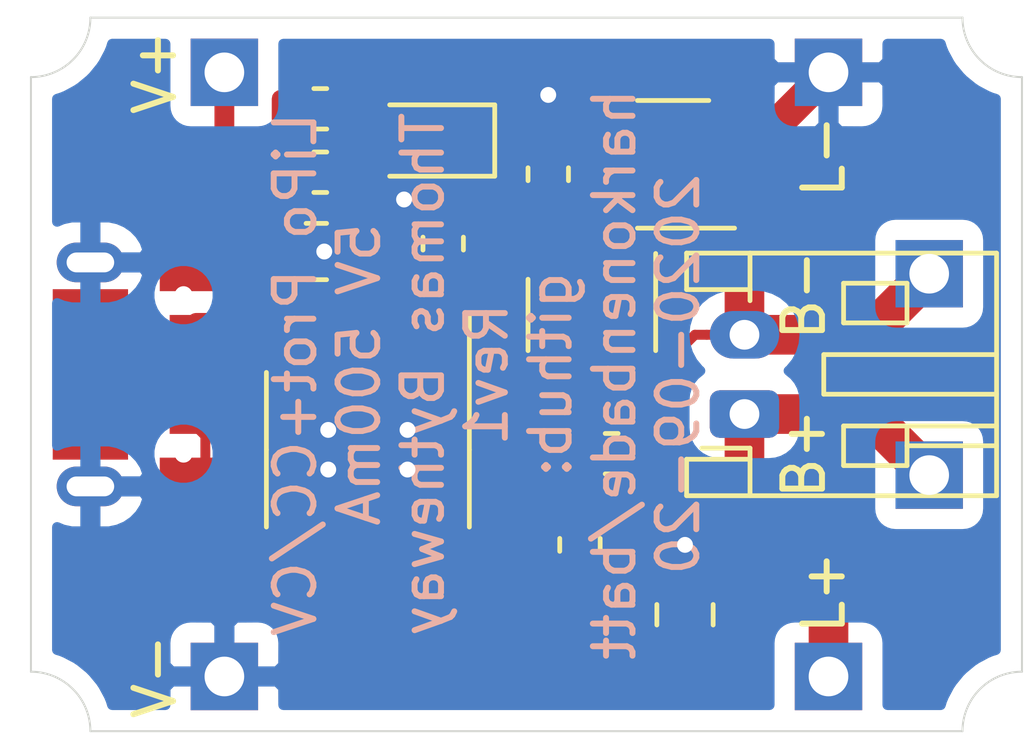
<source format=kicad_pcb>
(kicad_pcb (version 20171130) (host pcbnew "(5.1.9)-1")

  (general
    (thickness 1.6)
    (drawings 13)
    (tracks 128)
    (zones 0)
    (modules 20)
    (nets 15)
  )

  (page A4)
  (layers
    (0 F.Cu signal)
    (31 B.Cu signal)
    (32 B.Adhes user)
    (33 F.Adhes user)
    (34 B.Paste user)
    (35 F.Paste user)
    (36 B.SilkS user)
    (37 F.SilkS user)
    (38 B.Mask user)
    (39 F.Mask user)
    (40 Dwgs.User user)
    (41 Cmts.User user)
    (42 Eco1.User user)
    (43 Eco2.User user)
    (44 Edge.Cuts user)
    (45 Margin user)
    (46 B.CrtYd user)
    (47 F.CrtYd user)
    (48 B.Fab user)
    (49 F.Fab user)
  )

  (setup
    (last_trace_width 0.25)
    (user_trace_width 0.2)
    (user_trace_width 0.4)
    (user_trace_width 0.5)
    (user_trace_width 0.8)
    (user_trace_width 1)
    (trace_clearance 0.2)
    (zone_clearance 0.508)
    (zone_45_only no)
    (trace_min 0.2)
    (via_size 0.8)
    (via_drill 0.4)
    (via_min_size 0.4)
    (via_min_drill 0.3)
    (uvia_size 0.3)
    (uvia_drill 0.1)
    (uvias_allowed no)
    (uvia_min_size 0.2)
    (uvia_min_drill 0.1)
    (edge_width 0.05)
    (segment_width 0.2)
    (pcb_text_width 0.3)
    (pcb_text_size 1.5 1.5)
    (mod_edge_width 0.12)
    (mod_text_size 1 1)
    (mod_text_width 0.15)
    (pad_size 1.524 1.524)
    (pad_drill 0.762)
    (pad_to_mask_clearance 0)
    (aux_axis_origin 62 59)
    (visible_elements 7FFFFF7F)
    (pcbplotparams
      (layerselection 0x010fc_ffffffff)
      (usegerberextensions true)
      (usegerberattributes true)
      (usegerberadvancedattributes true)
      (creategerberjobfile false)
      (excludeedgelayer true)
      (linewidth 0.100000)
      (plotframeref false)
      (viasonmask false)
      (mode 1)
      (useauxorigin false)
      (hpglpennumber 1)
      (hpglpenspeed 20)
      (hpglpendiameter 15.000000)
      (psnegative false)
      (psa4output false)
      (plotreference true)
      (plotvalue true)
      (plotinvisibletext false)
      (padsonsilk false)
      (subtractmaskfromsilk false)
      (outputformat 1)
      (mirror false)
      (drillshape 0)
      (scaleselection 1)
      (outputdirectory "./gerbers"))
  )

  (net 0 "")
  (net 1 "Net-(C1-Pad1)")
  (net 2 GND)
  (net 3 +5V)
  (net 4 +BATT)
  (net 5 "Net-(D1-Pad2)")
  (net 6 "Net-(D1-Pad1)")
  (net 7 "Net-(R2-Pad1)")
  (net 8 "Net-(R5-Pad1)")
  (net 9 "Net-(U1-Pad3)")
  (net 10 "Net-(U1-Pad1)")
  (net 11 "Net-(U2-Pad2)")
  (net 12 "Net-(D1-Pad4)")
  (net 13 "Net-(D1-Pad3)")
  (net 14 /B-)

  (net_class Default "This is the default net class."
    (clearance 0.2)
    (trace_width 0.25)
    (via_dia 0.8)
    (via_drill 0.4)
    (uvia_dia 0.3)
    (uvia_drill 0.1)
    (add_net +5V)
    (add_net +BATT)
    (add_net /B-)
    (add_net GND)
    (add_net "Net-(C1-Pad1)")
    (add_net "Net-(D1-Pad1)")
    (add_net "Net-(D1-Pad2)")
    (add_net "Net-(D1-Pad3)")
    (add_net "Net-(D1-Pad4)")
    (add_net "Net-(R2-Pad1)")
    (add_net "Net-(R5-Pad1)")
    (add_net "Net-(U1-Pad1)")
    (add_net "Net-(U1-Pad3)")
    (add_net "Net-(U2-Pad2)")
  )

  (module batt:PinHeader_1x01_P2.54mm_Vertical_nosilk (layer F.Cu) (tedit 5F677FB1) (tstamp 5F67BFB5)
    (at 66.88 57.62 90)
    (descr "Through hole straight pin header, 1x01, 2.54mm pitch, single row")
    (tags "Through hole pin header THT 1x01 2.54mm single row")
    (path /5F6C251A)
    (fp_text reference J8 (at 0 -2.33 90) (layer F.SilkS) hide
      (effects (font (size 1 1) (thickness 0.15)))
    )
    (fp_text value V- (at 0 -1.75 90) (layer F.SilkS)
      (effects (font (size 1 1) (thickness 0.15)))
    )
    (fp_line (start 1.8 -1.8) (end -1.8 -1.8) (layer F.CrtYd) (width 0.05))
    (fp_line (start 1.8 1.8) (end 1.8 -1.8) (layer F.CrtYd) (width 0.05))
    (fp_line (start -1.8 1.8) (end 1.8 1.8) (layer F.CrtYd) (width 0.05))
    (fp_line (start -1.8 -1.8) (end -1.8 1.8) (layer F.CrtYd) (width 0.05))
    (fp_line (start -1.27 -0.635) (end -0.635 -1.27) (layer F.Fab) (width 0.1))
    (fp_line (start -1.27 1.27) (end -1.27 -0.635) (layer F.Fab) (width 0.1))
    (fp_line (start 1.27 1.27) (end -1.27 1.27) (layer F.Fab) (width 0.1))
    (fp_line (start 1.27 -1.27) (end 1.27 1.27) (layer F.Fab) (width 0.1))
    (fp_line (start -0.635 -1.27) (end 1.27 -1.27) (layer F.Fab) (width 0.1))
    (fp_text user %R (at 0 0) (layer F.Fab)
      (effects (font (size 1 1) (thickness 0.15)))
    )
    (pad 1 thru_hole rect (at 0 0 90) (size 1.7 1.7) (drill 1) (layers *.Cu *.Mask)
      (net 2 GND))
  )

  (module batt:PinHeader_1x01_P2.54mm_Vertical_nosilk (layer F.Cu) (tedit 5F677FB1) (tstamp 5F685042)
    (at 82.12 42.38 270)
    (descr "Through hole straight pin header, 1x01, 2.54mm pitch, single row")
    (tags "Through hole pin header THT 1x01 2.54mm single row")
    (path /5F6C6B91)
    (fp_text reference J6 (at 0 -2.33 90) (layer F.SilkS) hide
      (effects (font (size 1 1) (thickness 0.15)))
    )
    (fp_text value L- (at 2.12 0.12 270) (layer F.SilkS)
      (effects (font (size 1 1) (thickness 0.15)))
    )
    (fp_line (start 1.8 -1.8) (end -1.8 -1.8) (layer F.CrtYd) (width 0.05))
    (fp_line (start 1.8 1.8) (end 1.8 -1.8) (layer F.CrtYd) (width 0.05))
    (fp_line (start -1.8 1.8) (end 1.8 1.8) (layer F.CrtYd) (width 0.05))
    (fp_line (start -1.8 -1.8) (end -1.8 1.8) (layer F.CrtYd) (width 0.05))
    (fp_line (start -1.27 -0.635) (end -0.635 -1.27) (layer F.Fab) (width 0.1))
    (fp_line (start -1.27 1.27) (end -1.27 -0.635) (layer F.Fab) (width 0.1))
    (fp_line (start 1.27 1.27) (end -1.27 1.27) (layer F.Fab) (width 0.1))
    (fp_line (start 1.27 -1.27) (end 1.27 1.27) (layer F.Fab) (width 0.1))
    (fp_line (start -0.635 -1.27) (end 1.27 -1.27) (layer F.Fab) (width 0.1))
    (fp_text user %R (at 0 0) (layer F.Fab)
      (effects (font (size 1 1) (thickness 0.15)))
    )
    (pad 1 thru_hole rect (at 0 0 270) (size 1.7 1.7) (drill 1) (layers *.Cu *.Mask)
      (net 2 GND))
  )

  (module batt:PinHeader_1x01_P2.54mm_Vertical_nosilk (layer F.Cu) (tedit 5F677FB1) (tstamp 5F67BF74)
    (at 66.88 42.38 180)
    (descr "Through hole straight pin header, 1x01, 2.54mm pitch, single row")
    (tags "Through hole pin header THT 1x01 2.54mm single row")
    (path /5F6C1452)
    (fp_text reference J5 (at 0 -2.33) (layer F.SilkS) hide
      (effects (font (size 1 1) (thickness 0.15)))
    )
    (fp_text value V+ (at 1.75 0 90) (layer F.SilkS)
      (effects (font (size 1 1) (thickness 0.15)))
    )
    (fp_line (start 1.8 -1.8) (end -1.8 -1.8) (layer F.CrtYd) (width 0.05))
    (fp_line (start 1.8 1.8) (end 1.8 -1.8) (layer F.CrtYd) (width 0.05))
    (fp_line (start -1.8 1.8) (end 1.8 1.8) (layer F.CrtYd) (width 0.05))
    (fp_line (start -1.8 -1.8) (end -1.8 1.8) (layer F.CrtYd) (width 0.05))
    (fp_line (start -1.27 -0.635) (end -0.635 -1.27) (layer F.Fab) (width 0.1))
    (fp_line (start -1.27 1.27) (end -1.27 -0.635) (layer F.Fab) (width 0.1))
    (fp_line (start 1.27 1.27) (end -1.27 1.27) (layer F.Fab) (width 0.1))
    (fp_line (start 1.27 -1.27) (end 1.27 1.27) (layer F.Fab) (width 0.1))
    (fp_line (start -0.635 -1.27) (end 1.27 -1.27) (layer F.Fab) (width 0.1))
    (fp_text user %R (at 0 0 90) (layer F.Fab)
      (effects (font (size 1 1) (thickness 0.15)))
    )
    (pad 1 thru_hole rect (at 0 0 180) (size 1.7 1.7) (drill 1) (layers *.Cu *.Mask)
      (net 3 +5V))
  )

  (module batt:PinHeader_1x01_P2.54mm_Vertical_nosilk (layer F.Cu) (tedit 5F677FB1) (tstamp 5F67BF5F)
    (at 84.66 47.46)
    (descr "Through hole straight pin header, 1x01, 2.54mm pitch, single row")
    (tags "Through hole pin header THT 1x01 2.54mm single row")
    (path /5F6C4575)
    (fp_text reference J4 (at 0 -2.33) (layer F.SilkS) hide
      (effects (font (size 1 1) (thickness 0.15)))
    )
    (fp_text value B- (at -3.16 0.54 90) (layer F.SilkS)
      (effects (font (size 1 1) (thickness 0.15)))
    )
    (fp_line (start 1.8 -1.8) (end -1.8 -1.8) (layer F.CrtYd) (width 0.05))
    (fp_line (start 1.8 1.8) (end 1.8 -1.8) (layer F.CrtYd) (width 0.05))
    (fp_line (start -1.8 1.8) (end 1.8 1.8) (layer F.CrtYd) (width 0.05))
    (fp_line (start -1.8 -1.8) (end -1.8 1.8) (layer F.CrtYd) (width 0.05))
    (fp_line (start -1.27 -0.635) (end -0.635 -1.27) (layer F.Fab) (width 0.1))
    (fp_line (start -1.27 1.27) (end -1.27 -0.635) (layer F.Fab) (width 0.1))
    (fp_line (start 1.27 1.27) (end -1.27 1.27) (layer F.Fab) (width 0.1))
    (fp_line (start 1.27 -1.27) (end 1.27 1.27) (layer F.Fab) (width 0.1))
    (fp_line (start -0.635 -1.27) (end 1.27 -1.27) (layer F.Fab) (width 0.1))
    (fp_text user %R (at 0 0 90) (layer F.Fab)
      (effects (font (size 1 1) (thickness 0.15)))
    )
    (pad 1 thru_hole rect (at 0 0) (size 1.7 1.7) (drill 1) (layers *.Cu *.Mask)
      (net 14 /B-))
  )

  (module batt:PinHeader_1x01_P2.54mm_Vertical_nosilk (layer F.Cu) (tedit 5F677FB1) (tstamp 5F67BF1B)
    (at 84.66 52.54 180)
    (descr "Through hole straight pin header, 1x01, 2.54mm pitch, single row")
    (tags "Through hole pin header THT 1x01 2.54mm single row")
    (path /5F6C2C54)
    (fp_text reference J2 (at 0 -2.33) (layer F.SilkS) hide
      (effects (font (size 1 1) (thickness 0.15)))
    )
    (fp_text value B+ (at 3.16 0.54 90) (layer F.SilkS)
      (effects (font (size 1 1) (thickness 0.15)))
    )
    (fp_line (start 1.8 -1.8) (end -1.8 -1.8) (layer F.CrtYd) (width 0.05))
    (fp_line (start 1.8 1.8) (end 1.8 -1.8) (layer F.CrtYd) (width 0.05))
    (fp_line (start -1.8 1.8) (end 1.8 1.8) (layer F.CrtYd) (width 0.05))
    (fp_line (start -1.8 -1.8) (end -1.8 1.8) (layer F.CrtYd) (width 0.05))
    (fp_line (start -1.27 -0.635) (end -0.635 -1.27) (layer F.Fab) (width 0.1))
    (fp_line (start -1.27 1.27) (end -1.27 -0.635) (layer F.Fab) (width 0.1))
    (fp_line (start 1.27 1.27) (end -1.27 1.27) (layer F.Fab) (width 0.1))
    (fp_line (start 1.27 -1.27) (end 1.27 1.27) (layer F.Fab) (width 0.1))
    (fp_line (start -0.635 -1.27) (end 1.27 -1.27) (layer F.Fab) (width 0.1))
    (fp_text user %R (at 0 0 90) (layer F.Fab)
      (effects (font (size 1 1) (thickness 0.15)))
    )
    (pad 1 thru_hole rect (at 0 0 180) (size 1.7 1.7) (drill 1) (layers *.Cu *.Mask)
      (net 4 +BATT))
  )

  (module batt:PinHeader_1x01_P2.54mm_Vertical_nosilk (layer F.Cu) (tedit 5F677FB1) (tstamp 5F67BF06)
    (at 82.12 57.62)
    (descr "Through hole straight pin header, 1x01, 2.54mm pitch, single row")
    (tags "Through hole pin header THT 1x01 2.54mm single row")
    (path /5F6C5448)
    (fp_text reference J1 (at 0 -2.33) (layer F.SilkS) hide
      (effects (font (size 1 1) (thickness 0.15)))
    )
    (fp_text value L+ (at -0.12 -2.12 270) (layer F.SilkS)
      (effects (font (size 1 1) (thickness 0.15)))
    )
    (fp_line (start 1.8 -1.8) (end -1.8 -1.8) (layer F.CrtYd) (width 0.05))
    (fp_line (start 1.8 1.8) (end 1.8 -1.8) (layer F.CrtYd) (width 0.05))
    (fp_line (start -1.8 1.8) (end 1.8 1.8) (layer F.CrtYd) (width 0.05))
    (fp_line (start -1.8 -1.8) (end -1.8 1.8) (layer F.CrtYd) (width 0.05))
    (fp_line (start -1.27 -0.635) (end -0.635 -1.27) (layer F.Fab) (width 0.1))
    (fp_line (start -1.27 1.27) (end -1.27 -0.635) (layer F.Fab) (width 0.1))
    (fp_line (start 1.27 1.27) (end -1.27 1.27) (layer F.Fab) (width 0.1))
    (fp_line (start 1.27 -1.27) (end 1.27 1.27) (layer F.Fab) (width 0.1))
    (fp_line (start -0.635 -1.27) (end 1.27 -1.27) (layer F.Fab) (width 0.1))
    (fp_text user %R (at 0 0 90) (layer F.Fab)
      (effects (font (size 1 1) (thickness 0.15)))
    )
    (pad 1 thru_hole rect (at 0 0) (size 1.7 1.7) (drill 1) (layers *.Cu *.Mask)
      (net 4 +BATT))
  )

  (module Package_TO_SOT_SMD:SOT-23-6 (layer F.Cu) (tedit 5A02FF57) (tstamp 5F67C036)
    (at 78.2 44.7 180)
    (descr "6-pin SOT-23 package")
    (tags SOT-23-6)
    (path /5F6A62B3)
    (attr smd)
    (fp_text reference U2 (at 0 -2.9) (layer F.SilkS) hide
      (effects (font (size 1 1) (thickness 0.15)))
    )
    (fp_text value FS8205 (at -3 0 270) (layer F.SilkS) hide
      (effects (font (size 1 1) (thickness 0.15)))
    )
    (fp_line (start -0.9 1.61) (end 0.9 1.61) (layer F.SilkS) (width 0.12))
    (fp_line (start 0.9 -1.61) (end -1.55 -1.61) (layer F.SilkS) (width 0.12))
    (fp_line (start 1.9 -1.8) (end -1.9 -1.8) (layer F.CrtYd) (width 0.05))
    (fp_line (start 1.9 1.8) (end 1.9 -1.8) (layer F.CrtYd) (width 0.05))
    (fp_line (start -1.9 1.8) (end 1.9 1.8) (layer F.CrtYd) (width 0.05))
    (fp_line (start -1.9 -1.8) (end -1.9 1.8) (layer F.CrtYd) (width 0.05))
    (fp_line (start -0.9 -0.9) (end -0.25 -1.55) (layer F.Fab) (width 0.1))
    (fp_line (start 0.9 -1.55) (end -0.25 -1.55) (layer F.Fab) (width 0.1))
    (fp_line (start -0.9 -0.9) (end -0.9 1.55) (layer F.Fab) (width 0.1))
    (fp_line (start 0.9 1.55) (end -0.9 1.55) (layer F.Fab) (width 0.1))
    (fp_line (start 0.9 -1.55) (end 0.9 1.55) (layer F.Fab) (width 0.1))
    (fp_text user %R (at 0 0 90) (layer F.Fab) hide
      (effects (font (size 0.5 0.5) (thickness 0.075)))
    )
    (pad 5 smd rect (at 1.1 0 180) (size 1.06 0.65) (layers F.Cu F.Paste F.Mask)
      (net 11 "Net-(U2-Pad2)"))
    (pad 6 smd rect (at 1.1 -0.95 180) (size 1.06 0.65) (layers F.Cu F.Paste F.Mask)
      (net 10 "Net-(U1-Pad1)"))
    (pad 4 smd rect (at 1.1 0.95 180) (size 1.06 0.65) (layers F.Cu F.Paste F.Mask)
      (net 9 "Net-(U1-Pad3)"))
    (pad 3 smd rect (at -1.1 0.95 180) (size 1.06 0.65) (layers F.Cu F.Paste F.Mask)
      (net 2 GND))
    (pad 2 smd rect (at -1.1 0 180) (size 1.06 0.65) (layers F.Cu F.Paste F.Mask)
      (net 11 "Net-(U2-Pad2)"))
    (pad 1 smd rect (at -1.1 -0.95 180) (size 1.06 0.65) (layers F.Cu F.Paste F.Mask)
      (net 14 /B-))
    (model ${KISYS3DMOD}/Package_TO_SOT_SMD.3dshapes/SOT-23-6.wrl
      (at (xyz 0 0 0))
      (scale (xyz 1 1 1))
      (rotate (xyz 0 0 0))
    )
  )

  (module batt:TJ-S1615SW6TGLCRG-A5 (layer F.Cu) (tedit 5F676C21) (tstamp 5F67F584)
    (at 72.3 44.1 180)
    (path /5F6E84E2)
    (attr smd)
    (fp_text reference D1 (at 0 1.8) (layer F.SilkS) hide
      (effects (font (size 1 1) (thickness 0.15)))
    )
    (fp_text value LED (at 0 -1.65) (layer F.Fab)
      (effects (font (size 1 1) (thickness 0.15)))
    )
    (fp_line (start -1.4 0.9) (end 1.25 0.9) (layer F.SilkS) (width 0.12))
    (fp_line (start -1.4 -0.9) (end -1.4 0.9) (layer F.SilkS) (width 0.12))
    (fp_line (start 1.25 -0.9) (end -1.4 -0.9) (layer F.SilkS) (width 0.12))
    (fp_line (start -1.5 -1) (end 1.5 -1) (layer F.CrtYd) (width 0.05))
    (fp_line (start -1.5 1) (end -1.5 -1) (layer F.CrtYd) (width 0.05))
    (fp_line (start 1.5 1) (end -1.5 1) (layer F.CrtYd) (width 0.05))
    (fp_line (start 1.5 -1) (end 1.5 1) (layer F.CrtYd) (width 0.05))
    (pad 4 smd rect (at -0.875 0.525 180) (size 0.85 0.55) (layers F.Cu F.Paste F.Mask)
      (net 12 "Net-(D1-Pad4)"))
    (pad 2 smd rect (at -0.875 -0.525 180) (size 0.85 0.55) (layers F.Cu F.Paste F.Mask)
      (net 5 "Net-(D1-Pad2)"))
    (pad 3 smd rect (at 0.875 0.525 180) (size 0.85 0.55) (layers F.Cu F.Paste F.Mask)
      (net 13 "Net-(D1-Pad3)"))
    (pad 1 smd rect (at 0.875 -0.525 180) (size 0.85 0.55) (layers F.Cu F.Paste F.Mask)
      (net 6 "Net-(D1-Pad1)"))
    (model ${KISYS3DMOD}/LED_SMD.3dshapes/LED_RGB_1210.step
      (at (xyz 0 0 0))
      (scale (xyz 0.5 0.5 0.5))
      (rotate (xyz 0 0 0))
    )
  )

  (module Package_SO:HSOP-8-1EP_3.9x4.9mm_P1.27mm_EP2.41x3.1mm (layer F.Cu) (tedit 5DC5FE74) (tstamp 5F67C055)
    (at 70.5 51.9 270)
    (descr "HSOP, 8 Pin (https://www.st.com/resource/en/datasheet/l5973d.pdf), generated with kicad-footprint-generator ipc_gullwing_generator.py")
    (tags "HSOP SO")
    (path /5F6758CF)
    (attr smd)
    (fp_text reference U3 (at 0 -3.4 90) (layer F.SilkS) hide
      (effects (font (size 1 1) (thickness 0.15)))
    )
    (fp_text value TP4056 (at 0 3.4 90) (layer F.SilkS) hide
      (effects (font (size 1 1) (thickness 0.15)))
    )
    (fp_line (start 0 2.56) (end 1.95 2.56) (layer F.SilkS) (width 0.12))
    (fp_line (start 0 2.56) (end -1.95 2.56) (layer F.SilkS) (width 0.12))
    (fp_line (start 0 -2.56) (end 1.95 -2.56) (layer F.SilkS) (width 0.12))
    (fp_line (start 0 -2.56) (end -3.45 -2.56) (layer F.SilkS) (width 0.12))
    (fp_line (start -0.975 -2.45) (end 1.95 -2.45) (layer F.Fab) (width 0.1))
    (fp_line (start 1.95 -2.45) (end 1.95 2.45) (layer F.Fab) (width 0.1))
    (fp_line (start 1.95 2.45) (end -1.95 2.45) (layer F.Fab) (width 0.1))
    (fp_line (start -1.95 2.45) (end -1.95 -1.475) (layer F.Fab) (width 0.1))
    (fp_line (start -1.95 -1.475) (end -0.975 -2.45) (layer F.Fab) (width 0.1))
    (fp_line (start -3.7 -2.7) (end -3.7 2.7) (layer F.CrtYd) (width 0.05))
    (fp_line (start -3.7 2.7) (end 3.7 2.7) (layer F.CrtYd) (width 0.05))
    (fp_line (start 3.7 2.7) (end 3.7 -2.7) (layer F.CrtYd) (width 0.05))
    (fp_line (start 3.7 -2.7) (end -3.7 -2.7) (layer F.CrtYd) (width 0.05))
    (fp_text user %R (at 0 0 90) (layer F.Fab) hide
      (effects (font (size 0.98 0.98) (thickness 0.15)))
    )
    (pad "" smd roundrect (at 0.6 0.775 270) (size 0.97 1.25) (layers F.Paste) (roundrect_rratio 0.25))
    (pad "" smd roundrect (at 0.6 -0.775 270) (size 0.97 1.25) (layers F.Paste) (roundrect_rratio 0.25))
    (pad "" smd roundrect (at -0.6 0.775 270) (size 0.97 1.25) (layers F.Paste) (roundrect_rratio 0.25))
    (pad "" smd roundrect (at -0.6 -0.775 270) (size 0.97 1.25) (layers F.Paste) (roundrect_rratio 0.25))
    (pad 9 smd rect (at 0 0 270) (size 2.41 3.1) (layers F.Cu F.Mask)
      (net 2 GND))
    (pad 8 smd roundrect (at 2.65 -1.905 270) (size 1.6 0.6) (layers F.Cu F.Paste F.Mask) (roundrect_rratio 0.25)
      (net 3 +5V))
    (pad 7 smd roundrect (at 2.65 -0.635 270) (size 1.6 0.6) (layers F.Cu F.Paste F.Mask) (roundrect_rratio 0.25)
      (net 5 "Net-(D1-Pad2)"))
    (pad 6 smd roundrect (at 2.65 0.635 270) (size 1.6 0.6) (layers F.Cu F.Paste F.Mask) (roundrect_rratio 0.25)
      (net 12 "Net-(D1-Pad4)"))
    (pad 5 smd roundrect (at 2.65 1.905 270) (size 1.6 0.6) (layers F.Cu F.Paste F.Mask) (roundrect_rratio 0.25)
      (net 4 +BATT))
    (pad 4 smd roundrect (at -2.65 1.905 270) (size 1.6 0.6) (layers F.Cu F.Paste F.Mask) (roundrect_rratio 0.25)
      (net 3 +5V))
    (pad 3 smd roundrect (at -2.65 0.635 270) (size 1.6 0.6) (layers F.Cu F.Paste F.Mask) (roundrect_rratio 0.25)
      (net 2 GND))
    (pad 2 smd roundrect (at -2.65 -0.635 270) (size 1.6 0.6) (layers F.Cu F.Paste F.Mask) (roundrect_rratio 0.25)
      (net 8 "Net-(R5-Pad1)"))
    (pad 1 smd roundrect (at -2.65 -1.905 270) (size 1.6 0.6) (layers F.Cu F.Paste F.Mask) (roundrect_rratio 0.25)
      (net 2 GND))
    (model ${KISYS3DMOD}/Package_SO.3dshapes/HSOP-8-1EP_3.9x4.9mm_P1.27mm_EP2.41x3.1mm.wrl
      (at (xyz 0 0 0))
      (scale (xyz 1 1 1))
      (rotate (xyz 0 0 0))
    )
  )

  (module Package_TO_SOT_SMD:SOT-23-6 (layer F.Cu) (tedit 5A02FF57) (tstamp 5F68194E)
    (at 76.15 48.5 270)
    (descr "6-pin SOT-23 package")
    (tags SOT-23-6)
    (path /5F6997B2)
    (attr smd)
    (fp_text reference U1 (at 0 -2.9 90) (layer F.SilkS) hide
      (effects (font (size 1 1) (thickness 0.15)))
    )
    (fp_text value FS312F-G (at 2.5 0 180) (layer F.SilkS) hide
      (effects (font (size 1 1) (thickness 0.15)))
    )
    (fp_line (start -0.9 1.61) (end 0.9 1.61) (layer F.SilkS) (width 0.12))
    (fp_line (start 0.9 -1.61) (end -1.55 -1.61) (layer F.SilkS) (width 0.12))
    (fp_line (start 1.9 -1.8) (end -1.9 -1.8) (layer F.CrtYd) (width 0.05))
    (fp_line (start 1.9 1.8) (end 1.9 -1.8) (layer F.CrtYd) (width 0.05))
    (fp_line (start -1.9 1.8) (end 1.9 1.8) (layer F.CrtYd) (width 0.05))
    (fp_line (start -1.9 -1.8) (end -1.9 1.8) (layer F.CrtYd) (width 0.05))
    (fp_line (start -0.9 -0.9) (end -0.25 -1.55) (layer F.Fab) (width 0.1))
    (fp_line (start 0.9 -1.55) (end -0.25 -1.55) (layer F.Fab) (width 0.1))
    (fp_line (start -0.9 -0.9) (end -0.9 1.55) (layer F.Fab) (width 0.1))
    (fp_line (start 0.9 1.55) (end -0.9 1.55) (layer F.Fab) (width 0.1))
    (fp_line (start 0.9 -1.55) (end 0.9 1.55) (layer F.Fab) (width 0.1))
    (fp_text user %R (at 0 0) (layer F.Fab) hide
      (effects (font (size 0.5 0.5) (thickness 0.075)))
    )
    (pad 5 smd rect (at 1.1 0 270) (size 1.06 0.65) (layers F.Cu F.Paste F.Mask)
      (net 1 "Net-(C1-Pad1)"))
    (pad 6 smd rect (at 1.1 -0.95 270) (size 1.06 0.65) (layers F.Cu F.Paste F.Mask)
      (net 14 /B-))
    (pad 4 smd rect (at 1.1 0.95 270) (size 1.06 0.65) (layers F.Cu F.Paste F.Mask))
    (pad 3 smd rect (at -1.1 0.95 270) (size 1.06 0.65) (layers F.Cu F.Paste F.Mask)
      (net 9 "Net-(U1-Pad3)"))
    (pad 2 smd rect (at -1.1 0 270) (size 1.06 0.65) (layers F.Cu F.Paste F.Mask)
      (net 7 "Net-(R2-Pad1)"))
    (pad 1 smd rect (at -1.1 -0.95 270) (size 1.06 0.65) (layers F.Cu F.Paste F.Mask)
      (net 10 "Net-(U1-Pad1)"))
    (model ${KISYS3DMOD}/Package_TO_SOT_SMD.3dshapes/SOT-23-6.wrl
      (at (xyz 0 0 0))
      (scale (xyz 1 1 1))
      (rotate (xyz 0 0 0))
    )
  )

  (module Resistor_SMD:R_0603_1608Metric (layer F.Cu) (tedit 5B301BBD) (tstamp 5F67C00A)
    (at 72.4 46.7 90)
    (descr "Resistor SMD 0603 (1608 Metric), square (rectangular) end terminal, IPC_7351 nominal, (Body size source: http://www.tortai-tech.com/upload/download/2011102023233369053.pdf), generated with kicad-footprint-generator")
    (tags resistor)
    (path /5F68295F)
    (attr smd)
    (fp_text reference R5 (at 0 -1.43 90) (layer F.SilkS) hide
      (effects (font (size 1 1) (thickness 0.15)))
    )
    (fp_text value 2k4 (at 0 -1.5 90) (layer F.SilkS) hide
      (effects (font (size 1 1) (thickness 0.15)))
    )
    (fp_line (start -0.8 0.4) (end -0.8 -0.4) (layer F.Fab) (width 0.1))
    (fp_line (start -0.8 -0.4) (end 0.8 -0.4) (layer F.Fab) (width 0.1))
    (fp_line (start 0.8 -0.4) (end 0.8 0.4) (layer F.Fab) (width 0.1))
    (fp_line (start 0.8 0.4) (end -0.8 0.4) (layer F.Fab) (width 0.1))
    (fp_line (start -0.162779 -0.51) (end 0.162779 -0.51) (layer F.SilkS) (width 0.12))
    (fp_line (start -0.162779 0.51) (end 0.162779 0.51) (layer F.SilkS) (width 0.12))
    (fp_line (start -1.48 0.73) (end -1.48 -0.73) (layer F.CrtYd) (width 0.05))
    (fp_line (start -1.48 -0.73) (end 1.48 -0.73) (layer F.CrtYd) (width 0.05))
    (fp_line (start 1.48 -0.73) (end 1.48 0.73) (layer F.CrtYd) (width 0.05))
    (fp_line (start 1.48 0.73) (end -1.48 0.73) (layer F.CrtYd) (width 0.05))
    (fp_text user %R (at 0 0 90) (layer F.Fab) hide
      (effects (font (size 0.4 0.4) (thickness 0.06)))
    )
    (pad 2 smd roundrect (at 0.7875 0 90) (size 0.875 0.95) (layers F.Cu F.Paste F.Mask) (roundrect_rratio 0.25)
      (net 2 GND))
    (pad 1 smd roundrect (at -0.7875 0 90) (size 0.875 0.95) (layers F.Cu F.Paste F.Mask) (roundrect_rratio 0.25)
      (net 8 "Net-(R5-Pad1)"))
    (model ${KISYS3DMOD}/Resistor_SMD.3dshapes/R_0603_1608Metric.wrl
      (at (xyz 0 0 0))
      (scale (xyz 1 1 1))
      (rotate (xyz 0 0 0))
    )
  )

  (module Resistor_SMD:R_0603_1608Metric (layer F.Cu) (tedit 5B301BBD) (tstamp 5F67BFF9)
    (at 69.3 43.3)
    (descr "Resistor SMD 0603 (1608 Metric), square (rectangular) end terminal, IPC_7351 nominal, (Body size source: http://www.tortai-tech.com/upload/download/2011102023233369053.pdf), generated with kicad-footprint-generator")
    (tags resistor)
    (path /5F6868B9)
    (attr smd)
    (fp_text reference R4 (at 0 -1.43) (layer F.SilkS) hide
      (effects (font (size 1 1) (thickness 0.15)))
    )
    (fp_text value 1k (at 0 1.43) (layer F.SilkS) hide
      (effects (font (size 1 1) (thickness 0.15)))
    )
    (fp_line (start -0.8 0.4) (end -0.8 -0.4) (layer F.Fab) (width 0.1))
    (fp_line (start -0.8 -0.4) (end 0.8 -0.4) (layer F.Fab) (width 0.1))
    (fp_line (start 0.8 -0.4) (end 0.8 0.4) (layer F.Fab) (width 0.1))
    (fp_line (start 0.8 0.4) (end -0.8 0.4) (layer F.Fab) (width 0.1))
    (fp_line (start -0.162779 -0.51) (end 0.162779 -0.51) (layer F.SilkS) (width 0.12))
    (fp_line (start -0.162779 0.51) (end 0.162779 0.51) (layer F.SilkS) (width 0.12))
    (fp_line (start -1.48 0.73) (end -1.48 -0.73) (layer F.CrtYd) (width 0.05))
    (fp_line (start -1.48 -0.73) (end 1.48 -0.73) (layer F.CrtYd) (width 0.05))
    (fp_line (start 1.48 -0.73) (end 1.48 0.73) (layer F.CrtYd) (width 0.05))
    (fp_line (start 1.48 0.73) (end -1.48 0.73) (layer F.CrtYd) (width 0.05))
    (fp_text user %R (at 0 0) (layer F.Fab) hide
      (effects (font (size 0.4 0.4) (thickness 0.06)))
    )
    (pad 2 smd roundrect (at 0.7875 0) (size 0.875 0.95) (layers F.Cu F.Paste F.Mask) (roundrect_rratio 0.25)
      (net 13 "Net-(D1-Pad3)"))
    (pad 1 smd roundrect (at -0.7875 0) (size 0.875 0.95) (layers F.Cu F.Paste F.Mask) (roundrect_rratio 0.25)
      (net 3 +5V))
    (model ${KISYS3DMOD}/Resistor_SMD.3dshapes/R_0603_1608Metric.wrl
      (at (xyz 0 0 0))
      (scale (xyz 1 1 1))
      (rotate (xyz 0 0 0))
    )
  )

  (module Resistor_SMD:R_0603_1608Metric (layer F.Cu) (tedit 5B301BBD) (tstamp 5F67BFE8)
    (at 69.3 44.9)
    (descr "Resistor SMD 0603 (1608 Metric), square (rectangular) end terminal, IPC_7351 nominal, (Body size source: http://www.tortai-tech.com/upload/download/2011102023233369053.pdf), generated with kicad-footprint-generator")
    (tags resistor)
    (path /5F687055)
    (attr smd)
    (fp_text reference R3 (at 0 -1.43) (layer F.SilkS) hide
      (effects (font (size 1 1) (thickness 0.15)))
    )
    (fp_text value 1k (at 0 1.43) (layer F.SilkS) hide
      (effects (font (size 1 1) (thickness 0.15)))
    )
    (fp_line (start -0.8 0.4) (end -0.8 -0.4) (layer F.Fab) (width 0.1))
    (fp_line (start -0.8 -0.4) (end 0.8 -0.4) (layer F.Fab) (width 0.1))
    (fp_line (start 0.8 -0.4) (end 0.8 0.4) (layer F.Fab) (width 0.1))
    (fp_line (start 0.8 0.4) (end -0.8 0.4) (layer F.Fab) (width 0.1))
    (fp_line (start -0.162779 -0.51) (end 0.162779 -0.51) (layer F.SilkS) (width 0.12))
    (fp_line (start -0.162779 0.51) (end 0.162779 0.51) (layer F.SilkS) (width 0.12))
    (fp_line (start -1.48 0.73) (end -1.48 -0.73) (layer F.CrtYd) (width 0.05))
    (fp_line (start -1.48 -0.73) (end 1.48 -0.73) (layer F.CrtYd) (width 0.05))
    (fp_line (start 1.48 -0.73) (end 1.48 0.73) (layer F.CrtYd) (width 0.05))
    (fp_line (start 1.48 0.73) (end -1.48 0.73) (layer F.CrtYd) (width 0.05))
    (fp_text user %R (at 0 0) (layer F.Fab) hide
      (effects (font (size 0.4 0.4) (thickness 0.06)))
    )
    (pad 2 smd roundrect (at 0.7875 0) (size 0.875 0.95) (layers F.Cu F.Paste F.Mask) (roundrect_rratio 0.25)
      (net 6 "Net-(D1-Pad1)"))
    (pad 1 smd roundrect (at -0.7875 0) (size 0.875 0.95) (layers F.Cu F.Paste F.Mask) (roundrect_rratio 0.25)
      (net 3 +5V))
    (model ${KISYS3DMOD}/Resistor_SMD.3dshapes/R_0603_1608Metric.wrl
      (at (xyz 0 0 0))
      (scale (xyz 1 1 1))
      (rotate (xyz 0 0 0))
    )
  )

  (module Resistor_SMD:R_0603_1608Metric (layer F.Cu) (tedit 5B301BBD) (tstamp 5F681A65)
    (at 75.05 44.95 90)
    (descr "Resistor SMD 0603 (1608 Metric), square (rectangular) end terminal, IPC_7351 nominal, (Body size source: http://www.tortai-tech.com/upload/download/2011102023233369053.pdf), generated with kicad-footprint-generator")
    (tags resistor)
    (path /5F6AB47A)
    (attr smd)
    (fp_text reference R2 (at 0 -1.43 90) (layer F.SilkS) hide
      (effects (font (size 1 1) (thickness 0.15)))
    )
    (fp_text value 1k (at 0 -1.5 90) (layer F.SilkS) hide
      (effects (font (size 1 1) (thickness 0.15)))
    )
    (fp_line (start -0.8 0.4) (end -0.8 -0.4) (layer F.Fab) (width 0.1))
    (fp_line (start -0.8 -0.4) (end 0.8 -0.4) (layer F.Fab) (width 0.1))
    (fp_line (start 0.8 -0.4) (end 0.8 0.4) (layer F.Fab) (width 0.1))
    (fp_line (start 0.8 0.4) (end -0.8 0.4) (layer F.Fab) (width 0.1))
    (fp_line (start -0.162779 -0.51) (end 0.162779 -0.51) (layer F.SilkS) (width 0.12))
    (fp_line (start -0.162779 0.51) (end 0.162779 0.51) (layer F.SilkS) (width 0.12))
    (fp_line (start -1.48 0.73) (end -1.48 -0.73) (layer F.CrtYd) (width 0.05))
    (fp_line (start -1.48 -0.73) (end 1.48 -0.73) (layer F.CrtYd) (width 0.05))
    (fp_line (start 1.48 -0.73) (end 1.48 0.73) (layer F.CrtYd) (width 0.05))
    (fp_line (start 1.48 0.73) (end -1.48 0.73) (layer F.CrtYd) (width 0.05))
    (fp_text user %R (at 0 0 90) (layer F.Fab) hide
      (effects (font (size 0.4 0.4) (thickness 0.06)))
    )
    (pad 2 smd roundrect (at 0.7875 0 90) (size 0.875 0.95) (layers F.Cu F.Paste F.Mask) (roundrect_rratio 0.25)
      (net 2 GND))
    (pad 1 smd roundrect (at -0.7875 0 90) (size 0.875 0.95) (layers F.Cu F.Paste F.Mask) (roundrect_rratio 0.25)
      (net 7 "Net-(R2-Pad1)"))
    (model ${KISYS3DMOD}/Resistor_SMD.3dshapes/R_0603_1608Metric.wrl
      (at (xyz 0 0 0))
      (scale (xyz 1 1 1))
      (rotate (xyz 0 0 0))
    )
  )

  (module Resistor_SMD:R_0603_1608Metric (layer F.Cu) (tedit 5B301BBD) (tstamp 5F67BFC6)
    (at 75.85 54.3 270)
    (descr "Resistor SMD 0603 (1608 Metric), square (rectangular) end terminal, IPC_7351 nominal, (Body size source: http://www.tortai-tech.com/upload/download/2011102023233369053.pdf), generated with kicad-footprint-generator")
    (tags resistor)
    (path /5F6AC153)
    (attr smd)
    (fp_text reference R1 (at 0 -1.43 90) (layer F.SilkS) hide
      (effects (font (size 1 1) (thickness 0.15)))
    )
    (fp_text value 100r (at 0 1.43 90) (layer F.SilkS) hide
      (effects (font (size 1 1) (thickness 0.15)))
    )
    (fp_line (start -0.8 0.4) (end -0.8 -0.4) (layer F.Fab) (width 0.1))
    (fp_line (start -0.8 -0.4) (end 0.8 -0.4) (layer F.Fab) (width 0.1))
    (fp_line (start 0.8 -0.4) (end 0.8 0.4) (layer F.Fab) (width 0.1))
    (fp_line (start 0.8 0.4) (end -0.8 0.4) (layer F.Fab) (width 0.1))
    (fp_line (start -0.162779 -0.51) (end 0.162779 -0.51) (layer F.SilkS) (width 0.12))
    (fp_line (start -0.162779 0.51) (end 0.162779 0.51) (layer F.SilkS) (width 0.12))
    (fp_line (start -1.48 0.73) (end -1.48 -0.73) (layer F.CrtYd) (width 0.05))
    (fp_line (start -1.48 -0.73) (end 1.48 -0.73) (layer F.CrtYd) (width 0.05))
    (fp_line (start 1.48 -0.73) (end 1.48 0.73) (layer F.CrtYd) (width 0.05))
    (fp_line (start 1.48 0.73) (end -1.48 0.73) (layer F.CrtYd) (width 0.05))
    (fp_text user %R (at 0 0 90) (layer F.Fab) hide
      (effects (font (size 0.4 0.4) (thickness 0.06)))
    )
    (pad 2 smd roundrect (at 0.7875 0 270) (size 0.875 0.95) (layers F.Cu F.Paste F.Mask) (roundrect_rratio 0.25)
      (net 4 +BATT))
    (pad 1 smd roundrect (at -0.7875 0 270) (size 0.875 0.95) (layers F.Cu F.Paste F.Mask) (roundrect_rratio 0.25)
      (net 1 "Net-(C1-Pad1)"))
    (model ${KISYS3DMOD}/Resistor_SMD.3dshapes/R_0603_1608Metric.wrl
      (at (xyz 0 0 0))
      (scale (xyz 1 1 1))
      (rotate (xyz 0 0 0))
    )
  )

  (module batt:U254-051T-4BH83-F1S (layer F.Cu) (tedit 5F6762F2) (tstamp 5F67CC80)
    (at 63.5 50 270)
    (path /5F6762C5)
    (attr smd)
    (fp_text reference J7 (at 0.05 5 90) (layer F.SilkS) hide
      (effects (font (size 1 1) (thickness 0.15)))
    )
    (fp_text value USB_B_Micro (at 0 3.5 90) (layer F.SilkS) hide
      (effects (font (size 1 1) (thickness 0.15)))
    )
    (fp_line (start 3.5 1.45) (end -3.5 1.45) (layer F.Fab) (width 0.05))
    (fp_line (start 4.7 -3.85) (end 4.7 1.95) (layer F.CrtYd) (width 0.05))
    (fp_line (start 4.7 1.95) (end -4.7 1.95) (layer F.CrtYd) (width 0.05))
    (fp_line (start -4.7 1.95) (end -4.7 -3.85) (layer F.CrtYd) (width 0.05))
    (fp_line (start -4.7 -3.85) (end 4.7 -3.85) (layer F.CrtYd) (width 0.05))
    (fp_text user "PCB Edge" (at 0 1.9 90) (layer F.Fab)
      (effects (font (size 0.5 0.5) (thickness 0.05)))
    )
    (pad 6 smd rect (at 3.15 -2.55 270) (size 2.1 1.6) (layers F.Cu F.Paste F.Mask)
      (net 2 GND))
    (pad 6 smd rect (at -3.15 -2.55 270) (size 2.1 1.6) (layers F.Cu F.Paste F.Mask)
      (net 2 GND))
    (pad 5 smd rect (at 1.3 -2.675 270) (size 0.4 1.35) (layers F.Cu F.Paste F.Mask)
      (net 2 GND))
    (pad 4 smd rect (at 0.65 -2.675 270) (size 0.4 1.35) (layers F.Cu F.Paste F.Mask))
    (pad 3 smd rect (at 0 -2.675 270) (size 0.4 1.35) (layers F.Cu F.Paste F.Mask))
    (pad 2 smd rect (at -0.65 -2.675 270) (size 0.4 1.35) (layers F.Cu F.Paste F.Mask))
    (pad 1 smd rect (at -1.3 -2.675 270) (size 0.4 1.35) (layers F.Cu F.Paste F.Mask)
      (net 3 +5V))
    (pad "" np_thru_hole circle (at 2 -2.35 270) (size 0.45 0.45) (drill 0.45) (layers *.Cu *.Mask))
    (pad "" np_thru_hole circle (at -2 -2.35 270) (size 0.45 0.45) (drill 0.45) (layers *.Cu *.Mask))
    (pad 6 smd rect (at 1.2 0 270) (size 1.9 1.9) (layers F.Cu F.Paste F.Mask)
      (net 2 GND))
    (pad 6 smd rect (at -1.2 0 270) (size 1.9 1.9) (layers F.Cu F.Paste F.Mask)
      (net 2 GND))
    (pad 6 thru_hole oval (at 2.825 0 270) (size 1 1.7) (drill oval 0.5 1.2) (layers *.Cu *.Mask)
      (net 2 GND))
    (pad 6 thru_hole oval (at -2.825 0 270) (size 1 1.7) (drill oval 0.5 1.2) (layers *.Cu *.Mask)
      (net 2 GND))
    (model ${KISYS3DMOD}/Connector_USB.3dshapes/USB_Micro-B_Molex_47346-0001.step
      (offset (xyz 0 1.25 0))
      (scale (xyz 1 1 1))
      (rotate (xyz 0 0 0))
    )
  )

  (module Connector_JST:JST_PH_S2B-PH-K_1x02_P2.00mm_Horizontal (layer F.Cu) (tedit 5B7745C6) (tstamp 5F67BF4A)
    (at 80 51 90)
    (descr "JST PH series connector, S2B-PH-K (http://www.jst-mfg.com/product/pdf/eng/ePH.pdf), generated with kicad-footprint-generator")
    (tags "connector JST PH top entry")
    (path /5F69A1ED)
    (fp_text reference J3 (at 1 -2.55 90) (layer F.SilkS) hide
      (effects (font (size 1 1) (thickness 0.15)))
    )
    (fp_text value BATT (at 1 -1.5 90) (layer F.SilkS) hide
      (effects (font (size 1 1) (thickness 0.15)))
    )
    (fp_line (start -0.86 0.14) (end -1.14 0.14) (layer F.SilkS) (width 0.12))
    (fp_line (start -1.14 0.14) (end -1.14 -1.46) (layer F.SilkS) (width 0.12))
    (fp_line (start -1.14 -1.46) (end -2.06 -1.46) (layer F.SilkS) (width 0.12))
    (fp_line (start -2.06 -1.46) (end -2.06 6.36) (layer F.SilkS) (width 0.12))
    (fp_line (start -2.06 6.36) (end 4.06 6.36) (layer F.SilkS) (width 0.12))
    (fp_line (start 4.06 6.36) (end 4.06 -1.46) (layer F.SilkS) (width 0.12))
    (fp_line (start 4.06 -1.46) (end 3.14 -1.46) (layer F.SilkS) (width 0.12))
    (fp_line (start 3.14 -1.46) (end 3.14 0.14) (layer F.SilkS) (width 0.12))
    (fp_line (start 3.14 0.14) (end 2.86 0.14) (layer F.SilkS) (width 0.12))
    (fp_line (start 0.5 6.36) (end 0.5 2) (layer F.SilkS) (width 0.12))
    (fp_line (start 0.5 2) (end 1.5 2) (layer F.SilkS) (width 0.12))
    (fp_line (start 1.5 2) (end 1.5 6.36) (layer F.SilkS) (width 0.12))
    (fp_line (start -2.06 0.14) (end -1.14 0.14) (layer F.SilkS) (width 0.12))
    (fp_line (start 4.06 0.14) (end 3.14 0.14) (layer F.SilkS) (width 0.12))
    (fp_line (start -1.3 2.5) (end -1.3 4.1) (layer F.SilkS) (width 0.12))
    (fp_line (start -1.3 4.1) (end -0.3 4.1) (layer F.SilkS) (width 0.12))
    (fp_line (start -0.3 4.1) (end -0.3 2.5) (layer F.SilkS) (width 0.12))
    (fp_line (start -0.3 2.5) (end -1.3 2.5) (layer F.SilkS) (width 0.12))
    (fp_line (start 3.3 2.5) (end 3.3 4.1) (layer F.SilkS) (width 0.12))
    (fp_line (start 3.3 4.1) (end 2.3 4.1) (layer F.SilkS) (width 0.12))
    (fp_line (start 2.3 4.1) (end 2.3 2.5) (layer F.SilkS) (width 0.12))
    (fp_line (start 2.3 2.5) (end 3.3 2.5) (layer F.SilkS) (width 0.12))
    (fp_line (start -0.3 4.1) (end -0.3 6.36) (layer F.SilkS) (width 0.12))
    (fp_line (start -0.8 4.1) (end -0.8 6.36) (layer F.SilkS) (width 0.12))
    (fp_line (start -2.45 -1.85) (end -2.45 6.75) (layer F.CrtYd) (width 0.05))
    (fp_line (start -2.45 6.75) (end 4.45 6.75) (layer F.CrtYd) (width 0.05))
    (fp_line (start 4.45 6.75) (end 4.45 -1.85) (layer F.CrtYd) (width 0.05))
    (fp_line (start 4.45 -1.85) (end -2.45 -1.85) (layer F.CrtYd) (width 0.05))
    (fp_line (start -1.25 0.25) (end -1.25 -1.35) (layer F.Fab) (width 0.1))
    (fp_line (start -1.25 -1.35) (end -1.95 -1.35) (layer F.Fab) (width 0.1))
    (fp_line (start -1.95 -1.35) (end -1.95 6.25) (layer F.Fab) (width 0.1))
    (fp_line (start -1.95 6.25) (end 3.95 6.25) (layer F.Fab) (width 0.1))
    (fp_line (start 3.95 6.25) (end 3.95 -1.35) (layer F.Fab) (width 0.1))
    (fp_line (start 3.95 -1.35) (end 3.25 -1.35) (layer F.Fab) (width 0.1))
    (fp_line (start 3.25 -1.35) (end 3.25 0.25) (layer F.Fab) (width 0.1))
    (fp_line (start 3.25 0.25) (end -1.25 0.25) (layer F.Fab) (width 0.1))
    (fp_line (start -0.86 0.14) (end -0.86 -1.075) (layer F.SilkS) (width 0.12))
    (fp_line (start 0 0.875) (end -0.5 1.375) (layer F.Fab) (width 0.1))
    (fp_line (start -0.5 1.375) (end 0.5 1.375) (layer F.Fab) (width 0.1))
    (fp_line (start 0.5 1.375) (end 0 0.875) (layer F.Fab) (width 0.1))
    (fp_text user %R (at 1 2.5 90) (layer F.Fab) hide
      (effects (font (size 1 1) (thickness 0.15)))
    )
    (pad 2 thru_hole oval (at 2 0 90) (size 1.2 1.75) (drill 0.75) (layers *.Cu *.Mask)
      (net 14 /B-))
    (pad 1 thru_hole roundrect (at 0 0 90) (size 1.2 1.75) (drill 0.75) (layers *.Cu *.Mask) (roundrect_rratio 0.208333)
      (net 4 +BATT))
    (model ${KISYS3DMOD}/Connector_JST.3dshapes/JST_PH_S2B-PH-K_1x02_P2.00mm_Horizontal.wrl
      (at (xyz 0 0 0))
      (scale (xyz 1 1 1))
      (rotate (xyz 0 0 0))
    )
  )

  (module Capacitor_SMD:C_0805_2012Metric (layer F.Cu) (tedit 5B36C52B) (tstamp 5F67BECB)
    (at 78.5 56.0625 90)
    (descr "Capacitor SMD 0805 (2012 Metric), square (rectangular) end terminal, IPC_7351 nominal, (Body size source: https://docs.google.com/spreadsheets/d/1BsfQQcO9C6DZCsRaXUlFlo91Tg2WpOkGARC1WS5S8t0/edit?usp=sharing), generated with kicad-footprint-generator")
    (tags capacitor)
    (path /5F680A60)
    (attr smd)
    (fp_text reference C3 (at 0 -1.65 90) (layer F.SilkS) hide
      (effects (font (size 1 1) (thickness 0.15)))
    )
    (fp_text value 10u (at 0 1.65 90) (layer F.SilkS) hide
      (effects (font (size 1 1) (thickness 0.15)))
    )
    (fp_line (start -1 0.6) (end -1 -0.6) (layer F.Fab) (width 0.1))
    (fp_line (start -1 -0.6) (end 1 -0.6) (layer F.Fab) (width 0.1))
    (fp_line (start 1 -0.6) (end 1 0.6) (layer F.Fab) (width 0.1))
    (fp_line (start 1 0.6) (end -1 0.6) (layer F.Fab) (width 0.1))
    (fp_line (start -0.258578 -0.71) (end 0.258578 -0.71) (layer F.SilkS) (width 0.12))
    (fp_line (start -0.258578 0.71) (end 0.258578 0.71) (layer F.SilkS) (width 0.12))
    (fp_line (start -1.68 0.95) (end -1.68 -0.95) (layer F.CrtYd) (width 0.05))
    (fp_line (start -1.68 -0.95) (end 1.68 -0.95) (layer F.CrtYd) (width 0.05))
    (fp_line (start 1.68 -0.95) (end 1.68 0.95) (layer F.CrtYd) (width 0.05))
    (fp_line (start 1.68 0.95) (end -1.68 0.95) (layer F.CrtYd) (width 0.05))
    (fp_text user %R (at 0 0 90) (layer F.Fab) hide
      (effects (font (size 0.5 0.5) (thickness 0.08)))
    )
    (pad 2 smd roundrect (at 0.9375 0 90) (size 0.975 1.4) (layers F.Cu F.Paste F.Mask) (roundrect_rratio 0.25)
      (net 2 GND))
    (pad 1 smd roundrect (at -0.9375 0 90) (size 0.975 1.4) (layers F.Cu F.Paste F.Mask) (roundrect_rratio 0.25)
      (net 4 +BATT))
    (model ${KISYS3DMOD}/Capacitor_SMD.3dshapes/C_0805_2012Metric.wrl
      (at (xyz 0 0 0))
      (scale (xyz 1 1 1))
      (rotate (xyz 0 0 0))
    )
  )

  (module Capacitor_SMD:C_0805_2012Metric (layer F.Cu) (tedit 5B36C52B) (tstamp 5F67BEBA)
    (at 69.2 46.9)
    (descr "Capacitor SMD 0805 (2012 Metric), square (rectangular) end terminal, IPC_7351 nominal, (Body size source: https://docs.google.com/spreadsheets/d/1BsfQQcO9C6DZCsRaXUlFlo91Tg2WpOkGARC1WS5S8t0/edit?usp=sharing), generated with kicad-footprint-generator")
    (tags capacitor)
    (path /5F68A85B)
    (attr smd)
    (fp_text reference C2 (at 0 -1.65) (layer F.SilkS) hide
      (effects (font (size 1 1) (thickness 0.15)))
    )
    (fp_text value 10u (at 0 -2) (layer F.SilkS) hide
      (effects (font (size 1 1) (thickness 0.15)))
    )
    (fp_line (start -1 0.6) (end -1 -0.6) (layer F.Fab) (width 0.1))
    (fp_line (start -1 -0.6) (end 1 -0.6) (layer F.Fab) (width 0.1))
    (fp_line (start 1 -0.6) (end 1 0.6) (layer F.Fab) (width 0.1))
    (fp_line (start 1 0.6) (end -1 0.6) (layer F.Fab) (width 0.1))
    (fp_line (start -0.258578 -0.71) (end 0.258578 -0.71) (layer F.SilkS) (width 0.12))
    (fp_line (start -0.258578 0.71) (end 0.258578 0.71) (layer F.SilkS) (width 0.12))
    (fp_line (start -1.68 0.95) (end -1.68 -0.95) (layer F.CrtYd) (width 0.05))
    (fp_line (start -1.68 -0.95) (end 1.68 -0.95) (layer F.CrtYd) (width 0.05))
    (fp_line (start 1.68 -0.95) (end 1.68 0.95) (layer F.CrtYd) (width 0.05))
    (fp_line (start 1.68 0.95) (end -1.68 0.95) (layer F.CrtYd) (width 0.05))
    (fp_text user %R (at 0 0) (layer F.Fab) hide
      (effects (font (size 0.5 0.5) (thickness 0.08)))
    )
    (pad 2 smd roundrect (at 0.9375 0) (size 0.975 1.4) (layers F.Cu F.Paste F.Mask) (roundrect_rratio 0.25)
      (net 2 GND))
    (pad 1 smd roundrect (at -0.9375 0) (size 0.975 1.4) (layers F.Cu F.Paste F.Mask) (roundrect_rratio 0.25)
      (net 3 +5V))
    (model ${KISYS3DMOD}/Capacitor_SMD.3dshapes/C_0805_2012Metric.wrl
      (at (xyz 0 0 0))
      (scale (xyz 1 1 1))
      (rotate (xyz 0 0 0))
    )
  )

  (module Capacitor_SMD:C_0603_1608Metric (layer F.Cu) (tedit 5B301BBE) (tstamp 5F67BEA9)
    (at 76.65 52)
    (descr "Capacitor SMD 0603 (1608 Metric), square (rectangular) end terminal, IPC_7351 nominal, (Body size source: http://www.tortai-tech.com/upload/download/2011102023233369053.pdf), generated with kicad-footprint-generator")
    (tags capacitor)
    (path /5F69B9CB)
    (attr smd)
    (fp_text reference C1 (at 0 -1.43) (layer F.SilkS) hide
      (effects (font (size 1 1) (thickness 0.15)))
    )
    (fp_text value 100n (at 0 1.43) (layer F.SilkS) hide
      (effects (font (size 1 1) (thickness 0.15)))
    )
    (fp_line (start -0.8 0.4) (end -0.8 -0.4) (layer F.Fab) (width 0.1))
    (fp_line (start -0.8 -0.4) (end 0.8 -0.4) (layer F.Fab) (width 0.1))
    (fp_line (start 0.8 -0.4) (end 0.8 0.4) (layer F.Fab) (width 0.1))
    (fp_line (start 0.8 0.4) (end -0.8 0.4) (layer F.Fab) (width 0.1))
    (fp_line (start -0.162779 -0.51) (end 0.162779 -0.51) (layer F.SilkS) (width 0.12))
    (fp_line (start -0.162779 0.51) (end 0.162779 0.51) (layer F.SilkS) (width 0.12))
    (fp_line (start -1.48 0.73) (end -1.48 -0.73) (layer F.CrtYd) (width 0.05))
    (fp_line (start -1.48 -0.73) (end 1.48 -0.73) (layer F.CrtYd) (width 0.05))
    (fp_line (start 1.48 -0.73) (end 1.48 0.73) (layer F.CrtYd) (width 0.05))
    (fp_line (start 1.48 0.73) (end -1.48 0.73) (layer F.CrtYd) (width 0.05))
    (fp_text user %R (at 0 0) (layer F.Fab) hide
      (effects (font (size 0.4 0.4) (thickness 0.06)))
    )
    (pad 2 smd roundrect (at 0.7875 0) (size 0.875 0.95) (layers F.Cu F.Paste F.Mask) (roundrect_rratio 0.25)
      (net 14 /B-))
    (pad 1 smd roundrect (at -0.7875 0) (size 0.875 0.95) (layers F.Cu F.Paste F.Mask) (roundrect_rratio 0.25)
      (net 1 "Net-(C1-Pad1)"))
    (model ${KISYS3DMOD}/Capacitor_SMD.3dshapes/C_0603_1608Metric.wrl
      (at (xyz 0 0 0))
      (scale (xyz 1 1 1))
      (rotate (xyz 0 0 0))
    )
  )

  (gr_text "LiPo Prot+CC/CV\n5V 500mA\nThomas Bytheway\nRev1\ngithub:\nharkonenbade/batt\n2020-09-20" (at 73.5 50 90) (layer B.SilkS)
    (effects (font (size 1 1) (thickness 0.15)) (justify mirror))
  )
  (gr_arc (start 87 59) (end 87 56) (angle -90) (layer F.Fab) (width 0.12))
  (gr_arc (start 87 41) (end 84 41) (angle -90) (layer F.Fab) (width 0.12))
  (gr_arc (start 62 42) (end 62 45) (angle -90) (layer F.Fab) (width 0.12))
  (gr_arc (start 62 59) (end 65 59) (angle -90) (layer F.Fab) (width 0.12))
  (gr_arc (start 87 41) (end 85.5 41) (angle -90) (layer Edge.Cuts) (width 0.05))
  (gr_arc (start 87 59) (end 87 57.5) (angle -90) (layer Edge.Cuts) (width 0.05))
  (gr_arc (start 62 59) (end 63.5 59) (angle -90) (layer Edge.Cuts) (width 0.05))
  (gr_arc (start 62 41) (end 62 42.5) (angle -90) (layer Edge.Cuts) (width 0.05))
  (gr_line (start 87 57.5) (end 87 42.5) (layer Edge.Cuts) (width 0.05) (tstamp 5F67D019))
  (gr_line (start 63.5 59) (end 85.5 59) (layer Edge.Cuts) (width 0.05))
  (gr_line (start 62 42.5) (end 62 57.5) (layer Edge.Cuts) (width 0.05))
  (gr_line (start 85.5 41) (end 63.5 41) (layer Edge.Cuts) (width 0.05))

  (segment (start 75.85 52.0125) (end 75.8625 52) (width 0.25) (layer F.Cu) (net 1))
  (segment (start 75.85 53.5125) (end 75.85 52.0125) (width 0.25) (layer F.Cu) (net 1))
  (segment (start 76.15 50.9125) (end 75.8625 51.2) (width 0.25) (layer F.Cu) (net 1))
  (segment (start 76.15 49.6) (end 76.15 50.9125) (width 0.25) (layer F.Cu) (net 1))
  (segment (start 75.8625 51.2) (end 75.8625 52) (width 0.25) (layer F.Cu) (net 1))
  (via (at 69.5 51.4) (size 0.8) (drill 0.4) (layers F.Cu B.Cu) (net 2))
  (via (at 71.5 51.4) (size 0.8) (drill 0.4) (layers F.Cu B.Cu) (net 2))
  (via (at 71.5 52.4) (size 0.8) (drill 0.4) (layers F.Cu B.Cu) (net 2))
  (via (at 69.5 52.4) (size 0.8) (drill 0.4) (layers F.Cu B.Cu) (net 2))
  (segment (start 65.725 52.825) (end 66.05 53.15) (width 0.25) (layer F.Cu) (net 2))
  (segment (start 63.5 52.825) (end 65.725 52.825) (width 0.25) (layer F.Cu) (net 2))
  (segment (start 63.5 51.2) (end 63.5 52.825) (width 0.25) (layer F.Cu) (net 2))
  (segment (start 63.5 48.8) (end 63.5 47.175) (width 0.25) (layer F.Cu) (net 2))
  (segment (start 65.725 47.175) (end 66.05 46.85) (width 0.25) (layer F.Cu) (net 2))
  (segment (start 63.5 47.175) (end 65.725 47.175) (width 0.25) (layer F.Cu) (net 2))
  (segment (start 66.400001 52.799999) (end 66.05 53.15) (width 0.25) (layer F.Cu) (net 2))
  (segment (start 66.400001 51.550001) (end 66.400001 52.799999) (width 0.25) (layer F.Cu) (net 2))
  (segment (start 66.175 51.325) (end 66.400001 51.550001) (width 0.25) (layer F.Cu) (net 2))
  (segment (start 66.175 51.3) (end 66.175 51.325) (width 0.25) (layer F.Cu) (net 2))
  (segment (start 69.865 51.265) (end 70.5 51.9) (width 0.25) (layer F.Cu) (net 2))
  (segment (start 69.865 49.25) (end 69.865 51.265) (width 0.25) (layer F.Cu) (net 2))
  (segment (start 72.405 49.995) (end 70.5 51.9) (width 0.25) (layer F.Cu) (net 2))
  (segment (start 72.405 49.25) (end 72.405 49.995) (width 0.25) (layer F.Cu) (net 2))
  (via (at 75.05 42.95) (size 0.8) (drill 0.4) (layers F.Cu B.Cu) (net 2))
  (segment (start 75.05 44.1625) (end 75.05 42.95) (width 0.25) (layer F.Cu) (net 2) (tstamp 5F681A50))
  (via (at 78.5 54.3) (size 0.8) (drill 0.4) (layers F.Cu B.Cu) (net 2))
  (segment (start 78.5 55.1625) (end 78.5 54.3) (width 1) (layer F.Cu) (net 2))
  (segment (start 72.4 45.9125) (end 71.737806 45.9125) (width 0.25) (layer F.Cu) (net 2))
  (via (at 71.412653 45.587347) (size 0.8) (drill 0.4) (layers F.Cu B.Cu) (net 2))
  (segment (start 71.737806 45.9125) (end 71.412653 45.587347) (width 0.25) (layer F.Cu) (net 2))
  (segment (start 70.1375 47.9625) (end 70.1375 46.9) (width 0.5) (layer F.Cu) (net 2))
  (segment (start 69.865 49.25) (end 69.865 48.235) (width 0.5) (layer F.Cu) (net 2))
  (segment (start 69.865 48.235) (end 70.1375 47.9625) (width 0.5) (layer F.Cu) (net 2))
  (segment (start 80.75 43.75) (end 82.12 42.38) (width 0.8) (layer F.Cu) (net 2))
  (segment (start 79.3 43.75) (end 80.75 43.75) (width 0.8) (layer F.Cu) (net 2))
  (via (at 69.4 46.9) (size 0.8) (drill 0.4) (layers F.Cu B.Cu) (net 2))
  (segment (start 70.1375 46.9) (end 69.4 46.9) (width 0.5) (layer F.Cu) (net 2))
  (segment (start 66.860002 48.7) (end 67.300001 48.260001) (width 0.5) (layer F.Cu) (net 3))
  (segment (start 66.175 48.7) (end 66.860002 48.7) (width 0.5) (layer F.Cu) (net 3))
  (segment (start 67.774999 46.899999) (end 67.300001 46.899999) (width 0.5) (layer F.Cu) (net 3))
  (segment (start 68.2625 46.9) (end 67.774999 46.899999) (width 0.5) (layer F.Cu) (net 3))
  (segment (start 67.300001 48.260001) (end 67.300001 46.899999) (width 0.5) (layer F.Cu) (net 3))
  (segment (start 67.300001 46.899999) (end 67.300001 44.800001) (width 0.5) (layer F.Cu) (net 3))
  (segment (start 68.595 49.25) (end 68.595 48.295) (width 0.5) (layer F.Cu) (net 3))
  (segment (start 68.2625 47.9625) (end 68.2625 46.9) (width 0.5) (layer F.Cu) (net 3))
  (segment (start 68.595 48.295) (end 68.2625 47.9625) (width 0.5) (layer F.Cu) (net 3))
  (segment (start 73.249989 53.705011) (end 72.405 54.55) (width 0.25) (layer F.Cu) (net 3))
  (segment (start 73.249989 47.049989) (end 73.249989 53.705011) (width 0.25) (layer F.Cu) (net 3))
  (segment (start 72.9 46.7) (end 73.249989 47.049989) (width 0.25) (layer F.Cu) (net 3))
  (segment (start 68.5 45.8) (end 70.6 45.8) (width 0.25) (layer F.Cu) (net 3))
  (segment (start 68.2625 46.0375) (end 68.5 45.8) (width 0.25) (layer F.Cu) (net 3))
  (segment (start 68.2625 46.9) (end 68.2625 46.0375) (width 0.25) (layer F.Cu) (net 3))
  (segment (start 71.5 46.7) (end 72.9 46.7) (width 0.25) (layer F.Cu) (net 3))
  (segment (start 70.6 45.8) (end 71.5 46.7) (width 0.25) (layer F.Cu) (net 3))
  (segment (start 68.5 43.3125) (end 68.5125 43.3) (width 0.25) (layer F.Cu) (net 3))
  (segment (start 68.5 45.8) (end 68.5 43.3125) (width 0.25) (layer F.Cu) (net 3))
  (segment (start 66.88 44.38) (end 67.300001 44.800001) (width 0.5) (layer F.Cu) (net 3))
  (segment (start 66.88 42.38) (end 66.88 44.38) (width 0.5) (layer F.Cu) (net 3))
  (segment (start 68.595 54.55) (end 68.595 55.35) (width 0.25) (layer F.Cu) (net 4))
  (segment (start 68.595 54.55) (end 68.595 55.66174) (width 1) (layer F.Cu) (net 4))
  (segment (start 68.595 55.66174) (end 69.93326 57) (width 1) (layer F.Cu) (net 4))
  (segment (start 75.85 55.0875) (end 75.85 56.8) (width 1) (layer F.Cu) (net 4))
  (segment (start 74.6 57) (end 78.5 57) (width 1) (layer F.Cu) (net 4))
  (segment (start 69.93326 57) (end 74.6 57) (width 1) (layer F.Cu) (net 4))
  (segment (start 79.2 57) (end 80 56.2) (width 1) (layer F.Cu) (net 4))
  (segment (start 78.5 57) (end 79.2 57) (width 1) (layer F.Cu) (net 4))
  (segment (start 80 55) (end 80 51) (width 1) (layer F.Cu) (net 4))
  (segment (start 80 56.2) (end 80 55.5) (width 1) (layer F.Cu) (net 4))
  (segment (start 80 55.5) (end 80 55) (width 1) (layer F.Cu) (net 4))
  (segment (start 83.12 51) (end 80 51) (width 1) (layer F.Cu) (net 4))
  (segment (start 84.66 52.54) (end 83.12 51) (width 1) (layer F.Cu) (net 4))
  (segment (start 81.5 55.5) (end 80 55.5) (width 1) (layer F.Cu) (net 4))
  (segment (start 82.12 57.62) (end 82.12 56.12) (width 1) (layer F.Cu) (net 4))
  (segment (start 82.12 56.12) (end 81.5 55.5) (width 1) (layer F.Cu) (net 4))
  (segment (start 73.674999 54.716413) (end 73.674999 45.124999) (width 0.2) (layer F.Cu) (net 5))
  (segment (start 73.674999 45.124999) (end 73.175 44.625) (width 0.2) (layer F.Cu) (net 5))
  (segment (start 72.741402 55.65001) (end 73.674999 54.716413) (width 0.2) (layer F.Cu) (net 5))
  (segment (start 71.43501 55.65001) (end 72.741402 55.65001) (width 0.2) (layer F.Cu) (net 5))
  (segment (start 71.135 55.35) (end 71.43501 55.65001) (width 0.2) (layer F.Cu) (net 5))
  (segment (start 71.135 54.55) (end 71.135 55.35) (width 0.2) (layer F.Cu) (net 5))
  (segment (start 71.425 44.625) (end 70.875 44.625) (width 0.25) (layer F.Cu) (net 6))
  (segment (start 70.6 44.9) (end 70.0875 44.9) (width 0.25) (layer F.Cu) (net 6))
  (segment (start 70.875 44.625) (end 70.6 44.9) (width 0.25) (layer F.Cu) (net 6))
  (segment (start 75.05 46.25) (end 75.05 45.7375) (width 0.2) (layer F.Cu) (net 7))
  (segment (start 74.5 46.8) (end 75.05 46.25) (width 0.2) (layer F.Cu) (net 7))
  (segment (start 76.15 47.4) (end 76.15 48.13) (width 0.2) (layer F.Cu) (net 7))
  (segment (start 75.98 48.3) (end 74.704998 48.3) (width 0.2) (layer F.Cu) (net 7))
  (segment (start 74.704998 48.3) (end 74.5 48.095002) (width 0.2) (layer F.Cu) (net 7))
  (segment (start 76.15 48.13) (end 75.98 48.3) (width 0.2) (layer F.Cu) (net 7))
  (segment (start 74.5 48.095002) (end 74.5 46.8) (width 0.2) (layer F.Cu) (net 7))
  (segment (start 72.4 47.4875) (end 71.7125 47.4875) (width 0.25) (layer F.Cu) (net 8))
  (segment (start 71.135 48.065) (end 71.135 49.25) (width 0.25) (layer F.Cu) (net 8))
  (segment (start 71.7125 47.4875) (end 71.135 48.065) (width 0.25) (layer F.Cu) (net 8))
  (segment (start 76.439998 43.75) (end 77.1 43.75) (width 0.25) (layer F.Cu) (net 9))
  (segment (start 75.2 46.8) (end 75.455001 46.544999) (width 0.25) (layer F.Cu) (net 9))
  (segment (start 76.244999 46.205001) (end 76.244999 43.944999) (width 0.25) (layer F.Cu) (net 9))
  (segment (start 75.2 47.4) (end 75.2 46.8) (width 0.25) (layer F.Cu) (net 9))
  (segment (start 75.455001 46.544999) (end 75.905001 46.544999) (width 0.25) (layer F.Cu) (net 9))
  (segment (start 76.244999 43.944999) (end 76.439998 43.75) (width 0.25) (layer F.Cu) (net 9))
  (segment (start 75.905001 46.544999) (end 76.244999 46.205001) (width 0.25) (layer F.Cu) (net 9))
  (segment (start 77.1 47.4) (end 77.1 46.55) (width 0.25) (layer F.Cu) (net 10))
  (segment (start 77.1 46.55) (end 77.1 45.65) (width 0.25) (layer F.Cu) (net 10))
  (segment (start 79.3 44.7) (end 77.1 44.7) (width 0.25) (layer F.Cu) (net 11))
  (segment (start 74.075009 43.850009) (end 73.8 43.575) (width 0.2) (layer F.Cu) (net 12))
  (segment (start 72.907091 56.05002) (end 74.075009 54.882102) (width 0.2) (layer F.Cu) (net 12))
  (segment (start 70.56502 56.05002) (end 72.907091 56.05002) (width 0.2) (layer F.Cu) (net 12))
  (segment (start 74.075009 54.882102) (end 74.075009 43.850009) (width 0.2) (layer F.Cu) (net 12))
  (segment (start 69.865 55.35) (end 70.56502 56.05002) (width 0.2) (layer F.Cu) (net 12))
  (segment (start 73.8 43.575) (end 73.175 43.575) (width 0.2) (layer F.Cu) (net 12))
  (segment (start 69.865 54.55) (end 69.865 55.35) (width 0.2) (layer F.Cu) (net 12))
  (segment (start 71.425 43.575) (end 70.875 43.575) (width 0.25) (layer F.Cu) (net 13))
  (segment (start 70.6 43.3) (end 70.0875 43.3) (width 0.25) (layer F.Cu) (net 13))
  (segment (start 70.875 43.575) (end 70.6 43.3) (width 0.25) (layer F.Cu) (net 13))
  (segment (start 77.45 51.9875) (end 77.4375 52) (width 0.25) (layer F.Cu) (net 14))
  (segment (start 77.45 51.2) (end 77.45 51.9875) (width 0.25) (layer F.Cu) (net 14))
  (segment (start 77.1 49.6) (end 77.1 50.85) (width 0.25) (layer F.Cu) (net 14))
  (segment (start 77.1 50.85) (end 77.45 51.2) (width 0.25) (layer F.Cu) (net 14))
  (segment (start 77.1 49.6) (end 78.15 49.6) (width 0.25) (layer F.Cu) (net 14))
  (segment (start 78.15 49.6) (end 78.75 49) (width 0.25) (layer F.Cu) (net 14))
  (segment (start 78.75 49) (end 79.05 49) (width 0.25) (layer F.Cu) (net 14))
  (segment (start 79.3 45.65) (end 79.3 46) (width 0.5) (layer F.Cu) (net 14))
  (segment (start 79.3 46) (end 79.3 46.4) (width 1) (layer F.Cu) (net 14))
  (segment (start 79.05 49) (end 80 49) (width 0.25) (layer F.Cu) (net 14))
  (segment (start 80 47.1) (end 79.3 46.4) (width 1) (layer F.Cu) (net 14))
  (segment (start 80 49) (end 80 47.1) (width 1) (layer F.Cu) (net 14))
  (segment (start 81.75 49) (end 80 49) (width 1) (layer F.Cu) (net 14))
  (segment (start 84.66 47.46) (end 83.12 49) (width 1) (layer F.Cu) (net 14))
  (segment (start 83.12 49) (end 81.75 49) (width 1) (layer F.Cu) (net 14))

  (zone (net 2) (net_name GND) (layer B.Cu) (tstamp 5F686CE9) (hatch edge 0.508)
    (connect_pads (clearance 0.508))
    (min_thickness 0.254)
    (fill yes (arc_segments 32) (thermal_gap 0.508) (thermal_bridge_width 0.508))
    (polygon
      (pts
        (xy 87 59) (xy 62 59) (xy 62 41) (xy 87 41)
      )
    )
    (filled_polygon
      (pts
        (xy 65.391928 43.23) (xy 65.404188 43.354482) (xy 65.440498 43.47418) (xy 65.499463 43.584494) (xy 65.578815 43.681185)
        (xy 65.675506 43.760537) (xy 65.78582 43.819502) (xy 65.905518 43.855812) (xy 66.03 43.868072) (xy 67.73 43.868072)
        (xy 67.854482 43.855812) (xy 67.97418 43.819502) (xy 68.084494 43.760537) (xy 68.181185 43.681185) (xy 68.260537 43.584494)
        (xy 68.319502 43.47418) (xy 68.355812 43.354482) (xy 68.368072 43.23) (xy 80.631928 43.23) (xy 80.644188 43.354482)
        (xy 80.680498 43.47418) (xy 80.739463 43.584494) (xy 80.818815 43.681185) (xy 80.915506 43.760537) (xy 81.02582 43.819502)
        (xy 81.145518 43.855812) (xy 81.27 43.868072) (xy 81.83425 43.865) (xy 81.993 43.70625) (xy 81.993 42.507)
        (xy 82.247 42.507) (xy 82.247 43.70625) (xy 82.40575 43.865) (xy 82.97 43.868072) (xy 83.094482 43.855812)
        (xy 83.21418 43.819502) (xy 83.324494 43.760537) (xy 83.421185 43.681185) (xy 83.500537 43.584494) (xy 83.559502 43.47418)
        (xy 83.595812 43.354482) (xy 83.608072 43.23) (xy 83.605 42.66575) (xy 83.44625 42.507) (xy 82.247 42.507)
        (xy 81.993 42.507) (xy 80.79375 42.507) (xy 80.635 42.66575) (xy 80.631928 43.23) (xy 68.368072 43.23)
        (xy 68.368072 41.66) (xy 80.632636 41.66) (xy 80.635 42.09425) (xy 80.79375 42.253) (xy 81.993 42.253)
        (xy 81.993 42.233) (xy 82.247 42.233) (xy 82.247 42.253) (xy 83.44625 42.253) (xy 83.605 42.09425)
        (xy 83.607364 41.66) (xy 84.950677 41.66) (xy 84.986721 41.77644) (xy 85.009899 41.831578) (xy 85.032311 41.88705)
        (xy 85.036638 41.895186) (xy 85.175877 42.152702) (xy 85.209304 42.202259) (xy 85.24208 42.252347) (xy 85.247905 42.259488)
        (xy 85.43451 42.485056) (xy 85.476965 42.527215) (xy 85.518809 42.569945) (xy 85.525909 42.575819) (xy 85.752773 42.760845)
        (xy 85.802566 42.793927) (xy 85.851955 42.827745) (xy 85.860061 42.832127) (xy 86.118542 42.969564) (xy 86.173836 42.992355)
        (xy 86.228829 43.015925) (xy 86.237632 43.01865) (xy 86.340001 43.049557) (xy 86.34 56.950677) (xy 86.22356 56.986721)
        (xy 86.168422 57.009899) (xy 86.11295 57.032311) (xy 86.104819 57.036635) (xy 86.104815 57.036637) (xy 86.104814 57.036638)
        (xy 85.847298 57.175877) (xy 85.797749 57.209299) (xy 85.747653 57.24208) (xy 85.740512 57.247905) (xy 85.514945 57.43451)
        (xy 85.472804 57.476946) (xy 85.430055 57.518809) (xy 85.424181 57.525909) (xy 85.239155 57.752773) (xy 85.206055 57.802592)
        (xy 85.172256 57.851955) (xy 85.167873 57.860061) (xy 85.030436 58.118542) (xy 85.007645 58.173836) (xy 84.984075 58.228829)
        (xy 84.98135 58.237632) (xy 84.950443 58.34) (xy 83.608072 58.34) (xy 83.608072 56.77) (xy 83.595812 56.645518)
        (xy 83.559502 56.52582) (xy 83.500537 56.415506) (xy 83.421185 56.318815) (xy 83.324494 56.239463) (xy 83.21418 56.180498)
        (xy 83.094482 56.144188) (xy 82.97 56.131928) (xy 81.27 56.131928) (xy 81.145518 56.144188) (xy 81.02582 56.180498)
        (xy 80.915506 56.239463) (xy 80.818815 56.318815) (xy 80.739463 56.415506) (xy 80.680498 56.52582) (xy 80.644188 56.645518)
        (xy 80.631928 56.77) (xy 80.631928 58.34) (xy 68.367364 58.34) (xy 68.365 57.90575) (xy 68.20625 57.747)
        (xy 67.007 57.747) (xy 67.007 57.767) (xy 66.753 57.767) (xy 66.753 57.747) (xy 65.55375 57.747)
        (xy 65.395 57.90575) (xy 65.392636 58.34) (xy 64.049323 58.34) (xy 64.013279 58.22356) (xy 63.990101 58.168422)
        (xy 63.967689 58.11295) (xy 63.963362 58.104814) (xy 63.824123 57.847298) (xy 63.790701 57.797749) (xy 63.75792 57.747653)
        (xy 63.752095 57.740512) (xy 63.56549 57.514945) (xy 63.523054 57.472804) (xy 63.481191 57.430055) (xy 63.474091 57.424181)
        (xy 63.247227 57.239155) (xy 63.197408 57.206055) (xy 63.148045 57.172256) (xy 63.139939 57.167873) (xy 62.881458 57.030436)
        (xy 62.826164 57.007645) (xy 62.771171 56.984075) (xy 62.762368 56.98135) (xy 62.66 56.950443) (xy 62.66 56.77)
        (xy 65.391928 56.77) (xy 65.395 57.33425) (xy 65.55375 57.493) (xy 66.753 57.493) (xy 66.753 56.29375)
        (xy 67.007 56.29375) (xy 67.007 57.493) (xy 68.20625 57.493) (xy 68.365 57.33425) (xy 68.368072 56.77)
        (xy 68.355812 56.645518) (xy 68.319502 56.52582) (xy 68.260537 56.415506) (xy 68.181185 56.318815) (xy 68.084494 56.239463)
        (xy 67.97418 56.180498) (xy 67.854482 56.144188) (xy 67.73 56.131928) (xy 67.16575 56.135) (xy 67.007 56.29375)
        (xy 66.753 56.29375) (xy 66.59425 56.135) (xy 66.03 56.131928) (xy 65.905518 56.144188) (xy 65.78582 56.180498)
        (xy 65.675506 56.239463) (xy 65.578815 56.318815) (xy 65.499463 56.415506) (xy 65.440498 56.52582) (xy 65.404188 56.645518)
        (xy 65.391928 56.77) (xy 62.66 56.77) (xy 62.66 53.851514) (xy 62.804013 53.913415) (xy 63.023 53.96)
        (xy 63.373 53.96) (xy 63.373 52.952) (xy 63.627 52.952) (xy 63.627 53.96) (xy 63.977 53.96)
        (xy 64.195987 53.913415) (xy 64.401678 53.825003) (xy 64.586169 53.698161) (xy 64.742369 53.537764) (xy 64.864276 53.349976)
        (xy 64.944119 53.126874) (xy 64.817954 52.952) (xy 63.627 52.952) (xy 63.373 52.952) (xy 63.353 52.952)
        (xy 63.353 52.698) (xy 63.373 52.698) (xy 63.373 51.69) (xy 63.627 51.69) (xy 63.627 52.698)
        (xy 64.817954 52.698) (xy 64.944119 52.523126) (xy 64.864276 52.300024) (xy 64.742369 52.112236) (xy 64.586169 51.951839)
        (xy 64.533019 51.915297) (xy 64.99 51.915297) (xy 64.99 52.084703) (xy 65.023049 52.250853) (xy 65.087878 52.407363)
        (xy 65.181995 52.548218) (xy 65.301782 52.668005) (xy 65.442637 52.762122) (xy 65.599147 52.826951) (xy 65.765297 52.86)
        (xy 65.934703 52.86) (xy 66.100853 52.826951) (xy 66.257363 52.762122) (xy 66.398218 52.668005) (xy 66.518005 52.548218)
        (xy 66.612122 52.407363) (xy 66.676951 52.250853) (xy 66.71 52.084703) (xy 66.71 51.915297) (xy 66.676951 51.749147)
        (xy 66.612122 51.592637) (xy 66.518005 51.451782) (xy 66.398218 51.331995) (xy 66.257363 51.237878) (xy 66.100853 51.173049)
        (xy 65.934703 51.14) (xy 65.765297 51.14) (xy 65.599147 51.173049) (xy 65.442637 51.237878) (xy 65.301782 51.331995)
        (xy 65.181995 51.451782) (xy 65.087878 51.592637) (xy 65.023049 51.749147) (xy 64.99 51.915297) (xy 64.533019 51.915297)
        (xy 64.401678 51.824997) (xy 64.195987 51.736585) (xy 63.977 51.69) (xy 63.627 51.69) (xy 63.373 51.69)
        (xy 63.023 51.69) (xy 62.804013 51.736585) (xy 62.66 51.798486) (xy 62.66 49) (xy 78.484025 49)
        (xy 78.50787 49.242102) (xy 78.578489 49.474901) (xy 78.693167 49.689449) (xy 78.847498 49.877502) (xy 78.886111 49.909191)
        (xy 78.881613 49.911595) (xy 78.747038 50.022038) (xy 78.636595 50.156613) (xy 78.554528 50.310149) (xy 78.503992 50.476745)
        (xy 78.486928 50.649999) (xy 78.486928 51.350001) (xy 78.503992 51.523255) (xy 78.554528 51.689851) (xy 78.636595 51.843387)
        (xy 78.747038 51.977962) (xy 78.881613 52.088405) (xy 79.035149 52.170472) (xy 79.201745 52.221008) (xy 79.374999 52.238072)
        (xy 80.625001 52.238072) (xy 80.798255 52.221008) (xy 80.964851 52.170472) (xy 81.118387 52.088405) (xy 81.252962 51.977962)
        (xy 81.363405 51.843387) (xy 81.445392 51.69) (xy 83.171928 51.69) (xy 83.171928 53.39) (xy 83.184188 53.514482)
        (xy 83.220498 53.63418) (xy 83.279463 53.744494) (xy 83.358815 53.841185) (xy 83.455506 53.920537) (xy 83.56582 53.979502)
        (xy 83.685518 54.015812) (xy 83.81 54.028072) (xy 85.51 54.028072) (xy 85.634482 54.015812) (xy 85.75418 53.979502)
        (xy 85.864494 53.920537) (xy 85.961185 53.841185) (xy 86.040537 53.744494) (xy 86.099502 53.63418) (xy 86.135812 53.514482)
        (xy 86.148072 53.39) (xy 86.148072 51.69) (xy 86.135812 51.565518) (xy 86.099502 51.44582) (xy 86.040537 51.335506)
        (xy 85.961185 51.238815) (xy 85.864494 51.159463) (xy 85.75418 51.100498) (xy 85.634482 51.064188) (xy 85.51 51.051928)
        (xy 83.81 51.051928) (xy 83.685518 51.064188) (xy 83.56582 51.100498) (xy 83.455506 51.159463) (xy 83.358815 51.238815)
        (xy 83.279463 51.335506) (xy 83.220498 51.44582) (xy 83.184188 51.565518) (xy 83.171928 51.69) (xy 81.445392 51.69)
        (xy 81.445472 51.689851) (xy 81.496008 51.523255) (xy 81.513072 51.350001) (xy 81.513072 50.649999) (xy 81.496008 50.476745)
        (xy 81.445472 50.310149) (xy 81.363405 50.156613) (xy 81.252962 50.022038) (xy 81.118387 49.911595) (xy 81.113889 49.909191)
        (xy 81.152502 49.877502) (xy 81.306833 49.689449) (xy 81.421511 49.474901) (xy 81.49213 49.242102) (xy 81.515975 49)
        (xy 81.49213 48.757898) (xy 81.421511 48.525099) (xy 81.306833 48.310551) (xy 81.152502 48.122498) (xy 80.964449 47.968167)
        (xy 80.749901 47.853489) (xy 80.517102 47.78287) (xy 80.335665 47.765) (xy 79.664335 47.765) (xy 79.482898 47.78287)
        (xy 79.250099 47.853489) (xy 79.035551 47.968167) (xy 78.847498 48.122498) (xy 78.693167 48.310551) (xy 78.578489 48.525099)
        (xy 78.50787 48.757898) (xy 78.484025 49) (xy 62.66 49) (xy 62.66 48.201514) (xy 62.804013 48.263415)
        (xy 63.023 48.31) (xy 63.373 48.31) (xy 63.373 47.302) (xy 63.627 47.302) (xy 63.627 48.31)
        (xy 63.977 48.31) (xy 64.195987 48.263415) (xy 64.401678 48.175003) (xy 64.586169 48.048161) (xy 64.715556 47.915297)
        (xy 64.99 47.915297) (xy 64.99 48.084703) (xy 65.023049 48.250853) (xy 65.087878 48.407363) (xy 65.181995 48.548218)
        (xy 65.301782 48.668005) (xy 65.442637 48.762122) (xy 65.599147 48.826951) (xy 65.765297 48.86) (xy 65.934703 48.86)
        (xy 66.100853 48.826951) (xy 66.257363 48.762122) (xy 66.398218 48.668005) (xy 66.518005 48.548218) (xy 66.612122 48.407363)
        (xy 66.676951 48.250853) (xy 66.71 48.084703) (xy 66.71 47.915297) (xy 66.676951 47.749147) (xy 66.612122 47.592637)
        (xy 66.518005 47.451782) (xy 66.398218 47.331995) (xy 66.257363 47.237878) (xy 66.100853 47.173049) (xy 65.934703 47.14)
        (xy 65.765297 47.14) (xy 65.599147 47.173049) (xy 65.442637 47.237878) (xy 65.301782 47.331995) (xy 65.181995 47.451782)
        (xy 65.087878 47.592637) (xy 65.023049 47.749147) (xy 64.99 47.915297) (xy 64.715556 47.915297) (xy 64.742369 47.887764)
        (xy 64.864276 47.699976) (xy 64.944119 47.476874) (xy 64.817954 47.302) (xy 63.627 47.302) (xy 63.373 47.302)
        (xy 63.353 47.302) (xy 63.353 47.048) (xy 63.373 47.048) (xy 63.373 46.04) (xy 63.627 46.04)
        (xy 63.627 47.048) (xy 64.817954 47.048) (xy 64.944119 46.873126) (xy 64.864276 46.650024) (xy 64.838294 46.61)
        (xy 83.171928 46.61) (xy 83.171928 48.31) (xy 83.184188 48.434482) (xy 83.220498 48.55418) (xy 83.279463 48.664494)
        (xy 83.358815 48.761185) (xy 83.455506 48.840537) (xy 83.56582 48.899502) (xy 83.685518 48.935812) (xy 83.81 48.948072)
        (xy 85.51 48.948072) (xy 85.634482 48.935812) (xy 85.75418 48.899502) (xy 85.864494 48.840537) (xy 85.961185 48.761185)
        (xy 86.040537 48.664494) (xy 86.099502 48.55418) (xy 86.135812 48.434482) (xy 86.148072 48.31) (xy 86.148072 46.61)
        (xy 86.135812 46.485518) (xy 86.099502 46.36582) (xy 86.040537 46.255506) (xy 85.961185 46.158815) (xy 85.864494 46.079463)
        (xy 85.75418 46.020498) (xy 85.634482 45.984188) (xy 85.51 45.971928) (xy 83.81 45.971928) (xy 83.685518 45.984188)
        (xy 83.56582 46.020498) (xy 83.455506 46.079463) (xy 83.358815 46.158815) (xy 83.279463 46.255506) (xy 83.220498 46.36582)
        (xy 83.184188 46.485518) (xy 83.171928 46.61) (xy 64.838294 46.61) (xy 64.742369 46.462236) (xy 64.586169 46.301839)
        (xy 64.401678 46.174997) (xy 64.195987 46.086585) (xy 63.977 46.04) (xy 63.627 46.04) (xy 63.373 46.04)
        (xy 63.023 46.04) (xy 62.804013 46.086585) (xy 62.66 46.148486) (xy 62.66 43.049323) (xy 62.77644 43.013279)
        (xy 62.831578 42.990101) (xy 62.88705 42.967689) (xy 62.895181 42.963365) (xy 62.895185 42.963363) (xy 62.895188 42.963361)
        (xy 63.152702 42.824123) (xy 63.202259 42.790696) (xy 63.252347 42.75792) (xy 63.259488 42.752095) (xy 63.485056 42.56549)
        (xy 63.527215 42.523035) (xy 63.569945 42.481191) (xy 63.575819 42.474091) (xy 63.760845 42.247227) (xy 63.793927 42.197434)
        (xy 63.827745 42.148045) (xy 63.832127 42.139939) (xy 63.969564 41.881458) (xy 63.992355 41.826164) (xy 64.015925 41.771171)
        (xy 64.01865 41.762368) (xy 64.049557 41.66) (xy 65.391928 41.66)
      )
    )
  )
)

</source>
